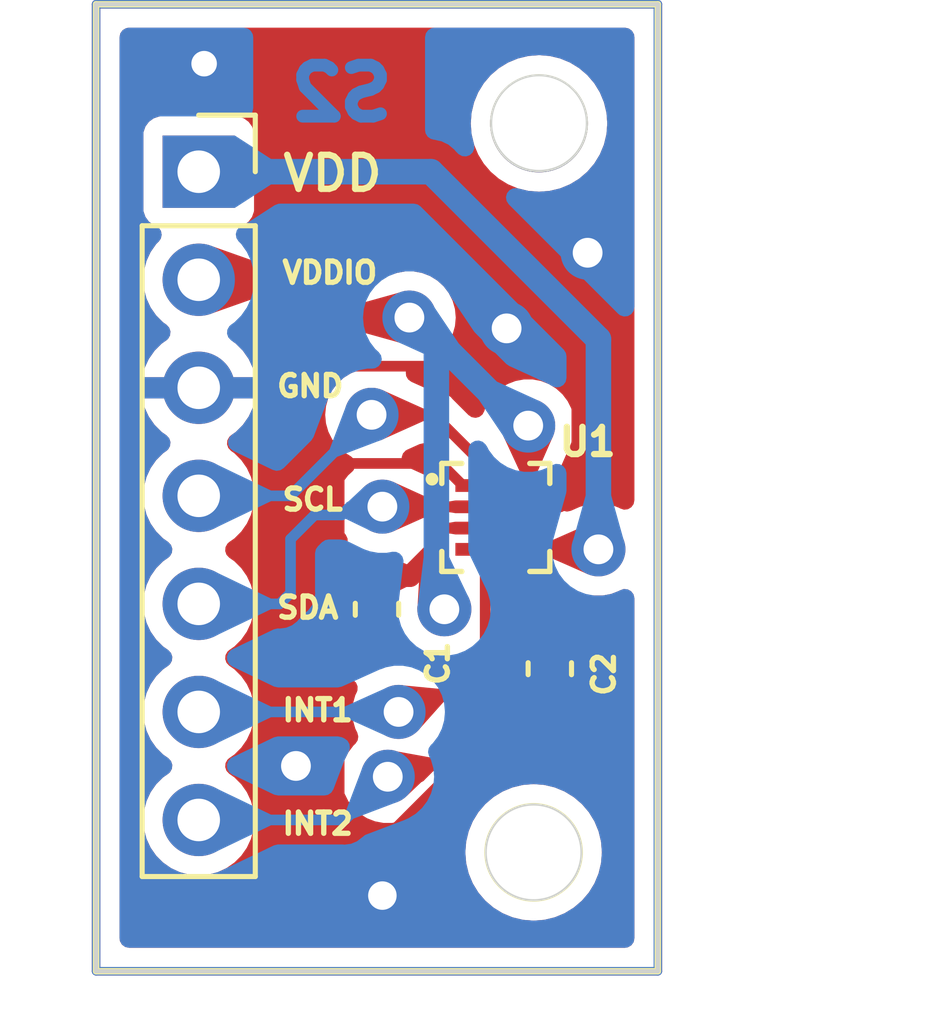
<source format=kicad_pcb>
(kicad_pcb (version 20221018) (generator pcbnew)
  (layers (0 "F.Cu" signal) (31 "B.Cu" signal) (34 "B.Paste" user) (35 "F.Paste" user) (36 "B.SilkS" user "B.Silkscreen") (37 "F.SilkS" user "F.Silkscreen") (38 "B.Mask" user) (39 "F.Mask" user) (44 "Edge.Cuts" user))
  (net 0 "")
  (net 1 "VDDIO")
  (net 2 "GND")
  (net 3 "VDD")
  (net 4 "INT2")
  (net 5 "INT1")
  (net 6 "SCL")
  (net 7 "SDA")
  (footprint "MountingHole:MountingHole_2.2mm_M2" (layer "F.Cu") (at 70.866 82.169)
    (fp_text reference "REF**" hide)
    (fp_text value "MountingHole_2.2mm_M2")
    (pad "" np_thru_hole circle (at 0 0) (size 2.2 2.2) (drill 2.2) (layers "*.Cu" "*.Mask"))
  )
  (footprint "Capacitor_SMD:C_0603_1608Metric" (layer "F.Cu") (at 67.056 93.599 -90)
    (fp_text reference "C1" (at 1.27 -1.43 90) (layer "F.SilkS") (effects (font (size 0.5 0.5) (thickness 0.125))))
    (fp_text value "100nF")
    (fp_line (start -0.14058 -0.51) (end 0.14058 -0.51) (stroke (width 0.12)) (layer "F.SilkS"))
    (fp_line (start -0.14058 0.51) (end 0.14058 0.51) (stroke (width 0.12)) (layer "F.SilkS"))
    (pad "1" smd roundrect (at -0.775 0 270) (size 0.9 0.95) (layers "F.Cu" "F.Paste" "F.Mask") (net 1 "VDDIO"))
    (pad "2" smd roundrect (at 0.775 0 270) (size 0.9 0.95) (layers "F.Cu" "F.Paste" "F.Mask") (net 2 "GND"))
  )
  (footprint "Capacitor_SMD:C_0603_1608Metric" (layer "F.Cu") (at 71.12 94.996 -90)
    (fp_text reference "C2" (at 0.127 -1.27 90) (layer "F.SilkS") (effects (font (size 0.5 0.5) (thickness 0.125))))
    (fp_text value "100nF")
    (fp_line (start -0.14058 -0.51) (end 0.14058 -0.51) (stroke (width 0.12)) (layer "F.SilkS"))
    (fp_line (start -0.14058 0.51) (end 0.14058 0.51) (stroke (width 0.12)) (layer "F.SilkS"))
    (pad "1" smd roundrect (at -0.775 0 270) (size 0.9 0.95) (layers "F.Cu" "F.Paste" "F.Mask") (net 3 "VDD"))
    (pad "2" smd roundrect (at 0.775 0 270) (size 0.9 0.95) (layers "F.Cu" "F.Paste" "F.Mask") (net 2 "GND"))
  )
  (footprint "TESIS:XDCR_BMA400" (layer "F.Cu") (at 69.85 91.44)
    (fp_text reference "U1" (at 2.159 -1.778) (layer "F.SilkS") (effects (font (size 0.64 0.64))))
    (fp_text value "BMA400")
    (fp_line (start -1.27 -1.27) (end -1.27 -0.8) (stroke (width 0.127)) (layer "F.SilkS"))
    (fp_line (start -1.27 -1.27) (end -0.8 -1.27) (stroke (width 0.127)) (layer "F.SilkS"))
    (fp_line (start -1.27 1.27) (end -1.27 0.8) (stroke (width 0.127)) (layer "F.SilkS"))
    (fp_line (start -1.27 1.27) (end -0.8 1.27) (stroke (width 0.127)) (layer "F.SilkS"))
    (fp_line (start 1.27 -1.27) (end 0.8 -1.27) (stroke (width 0.127)) (layer "F.SilkS"))
    (fp_line (start 1.27 -1.27) (end 1.27 -0.8) (stroke (width 0.127)) (layer "F.SilkS"))
    (fp_line (start 1.27 1.27) (end 0.8 1.27) (stroke (width 0.127)) (layer "F.SilkS"))
    (fp_line (start 1.27 1.27) (end 1.27 0.8) (stroke (width 0.127)) (layer "F.SilkS"))
    (fp_circle (center -1.5 -0.9) (end -1.425 -0.9) (stroke (width 0.15)) (fill none) (layer "F.SilkS"))
    (pad "1" smd rect (at -0.775 -0.75) (size 0.35 0.3) (layers "F.Cu") (net 2 "GND"))
    (pad "2" smd rect (at -0.775 -0.25) (size 0.35 0.3) (layers "F.Cu") (net 7 "SDA"))
    (pad "3" smd rect (at -0.775 0.25) (size 0.35 0.3) (layers "F.Cu") (net 1 "VDDIO"))
    (pad "4" smd rect (at -0.775 0.75) (size 0.35 0.3) (layers "F.Cu"))
    (pad "5" smd rect (at -0.25 0.775) (size 0.3 0.35) (layers "F.Cu") (net 5 "INT1"))
    (pad "6" smd rect (at 0.25 0.775) (size 0.3 0.35) (layers "F.Cu") (net 4 "INT2"))
    (pad "7" smd rect (at 0.775 0.75) (size 0.35 0.3) (layers "F.Cu") (net 3 "VDD"))
    (pad "8" smd rect (at 0.775 0.25) (size 0.35 0.3) (layers "F.Cu") (net 2 "GND"))
    (pad "9" smd rect (at 0.775 -0.25) (size 0.35 0.3) (layers "F.Cu") (net 2 "GND"))
    (pad "10" smd rect (at 0.775 -0.75) (size 0.35 0.3) (layers "F.Cu") (net 1 "VDDIO"))
    (pad "11" smd rect (at 0.25 -0.775) (size 0.3 0.35) (layers "F.Cu"))
    (pad "12" smd rect (at -0.25 -0.775) (size 0.3 0.35) (layers "F.Cu") (net 6 "SCL"))
    (zone (net 0) (net_name "") (layer "F.Cu") (connect_pads (clearance 0)) (min_thickness 0.01)
      (keepout (tracks not_allowed) (vias not_allowed) (pads not_allowed) (copperpour not_allowed) (footprints allowed))
      (fill (thermal_gap 0.508) (thermal_bridge_width 0.508))
      (polygon (pts (xy 69.375 90.965) (xy 70.325 90.965) (xy 70.325 91.915) (xy 69.375 91.915)))
    )
  )
  (footprint "Connector_PinSocket_2.54mm:PinSocket_1x07_P2.54mm_Vertical" (layer "F.Cu") (at 62.865 83.312)
    (fp_text reference "J1" hide)
    (fp_text value "Conn_01x07")
    (fp_line (start -1.33 1.27) (end -1.33 16.57) (stroke (width 0.12)) (layer "F.SilkS"))
    (fp_line (start -1.33 1.27) (end 1.33 1.27) (stroke (width 0.12)) (layer "F.SilkS"))
    (fp_line (start -1.33 16.57) (end 1.33 16.57) (stroke (width 0.12)) (layer "F.SilkS"))
    (fp_line (start 0 -1.33) (end 1.33 -1.33) (stroke (width 0.12)) (layer "F.SilkS"))
    (fp_line (start 1.33 -1.33) (end 1.33 0) (stroke (width 0.12)) (layer "F.SilkS"))
    (fp_line (start 1.33 1.27) (end 1.33 16.57) (stroke (width 0.12)) (layer "F.SilkS"))
    (pad "1" thru_hole rect (at 0 0) (size 1.7 1.7) (drill 1) (layers "*.Cu" "*.Mask") (net 3 "VDD"))
    (pad "2" thru_hole oval (at 0 2.54) (size 1.7 1.7) (drill 1) (layers "*.Cu" "*.Mask") (net 1 "VDDIO"))
    (pad "3" thru_hole oval (at 0 5.08) (size 1.7 1.7) (drill 1) (layers "*.Cu" "*.Mask") (net 2 "GND"))
    (pad "4" thru_hole oval (at 0 7.62) (size 1.7 1.7) (drill 1) (layers "*.Cu" "*.Mask") (net 6 "SCL"))
    (pad "5" thru_hole oval (at 0 10.16) (size 1.7 1.7) (drill 1) (layers "*.Cu" "*.Mask") (net 7 "SDA"))
    (pad "6" thru_hole oval (at 0 12.7) (size 1.7 1.7) (drill 1) (layers "*.Cu" "*.Mask") (net 5 "INT1"))
    (pad "7" thru_hole oval (at 0 15.24) (size 1.7 1.7) (drill 1) (layers "*.Cu" "*.Mask") (net 4 "INT2"))
  )
  (footprint "MountingHole:MountingHole_2.2mm_M2" (layer "F.Cu") (at 70.739 99.314)
    (fp_text reference "REF**" hide)
    (fp_text value "MountingHole_2.2mm_M2")
    (pad "" np_thru_hole circle locked (at 0 0) (size 2.2 2.2) (drill 2.2) (layers "*.Cu" "*.Mask"))
  )
  (gr_line (start 60.452 79.375) (end 60.452 102.108) (stroke (width 0.2)) (layer "F.Cu"))
  (gr_line (start 73.66 102.108) (end 73.66 79.375) (stroke (width 0.2)) (layer "F.Cu"))
  (gr_circle (center 70.739 99.314) (end 71.839 99.314) (stroke (width 0.1)) (fill solid) (layer "F.Cu"))
  (gr_line (start 60.452 102.108) (end 73.66 102.108) (stroke (width 0.2)) (layer "F.Cu"))
  (gr_circle (center 70.866 82.1768) (end 71.966 82.1768) (stroke (width 0.1)) (fill solid) (layer "F.Cu"))
  (gr_line (start 73.66 79.375) (end 60.452 79.375) (stroke (width 0.2)) (layer "F.Cu"))
  (gr_circle (center 70.739 99.314) (end 71.839 99.314) (stroke (width 0.1)) (fill solid) (layer "B.Cu"))
  (gr_line (start 73.66 102.108) (end 60.452 102.108) (stroke (width 0.2)) (layer "B.Cu"))
  (gr_line (start 60.452 102.108) (end 60.452 79.375) (stroke (width 0.2)) (layer "B.Cu"))
  (gr_line (start 73.66 79.375) (end 73.66 102.108) (stroke (width 0.2)) (layer "B.Cu"))
  (gr_line (start 60.452 79.375) (end 73.66 79.375) (stroke (width 0.2)) (layer "B.Cu"))
  (gr_circle (center 70.866 82.1768) (end 71.966 82.1768) (stroke (width 0.1)) (fill solid) (layer "B.Cu"))
  (gr_line (start 73.66 102.108) (end 60.452 102.108) (stroke (width 0.15)) (layer "F.SilkS"))
  (gr_line (start 60.452 79.375) (end 73.66 79.375) (stroke (width 0.15)) (layer "F.SilkS"))
  (gr_line (start 60.452 102.108) (end 60.452 79.375) (stroke (width 0.15)) (layer "F.SilkS"))
  (gr_line (start 73.66 79.375) (end 73.66 102.108) (stroke (width 0.15)) (layer "F.SilkS"))
  (gr_circle (center 70.866 82.17) (end 71.966 82.17) (stroke (width 0.1)) (fill solid) (layer "F.SilkS"))
  (gr_circle (center 70.739 99.314) (end 71.849 99.314) (stroke (width 0.1)) (fill solid) (layer "F.SilkS"))
  (gr_line (start 73.66 79.375) (end 73.66 102.108) (stroke (width 0.1)) (layer "Edge.Cuts"))
  (gr_line (start 60.452 79.375) (end 73.66 79.375) (stroke (width 0.1)) (layer "Edge.Cuts"))
  (gr_line (start 73.66 102.108) (end 60.452 102.108) (stroke (width 0.1)) (layer "Edge.Cuts"))
  (gr_line (start 60.452 102.108) (end 60.452 79.375) (stroke (width 0.1)) (layer "Edge.Cuts"))
  (gr_circle (center 70.866 82.169) (end 71.966 82.169) (stroke (width 0.1)) (fill none) (layer "Edge.Cuts"))
  (gr_circle (center 70.739 99.314) (end 71.839 99.314) (stroke (width 0.1)) (fill none) (layer "Edge.Cuts"))
  (gr_text "S2\n" (at 67.564 82.169) (layer "B.Cu") (effects (font (size 1.2 1.2) (thickness 0.3) bold) (justify left bottom mirror)))
  (gr_text "SCL" (at 64.77 91.313) (layer "F.SilkS") (effects (font (size 0.5 0.5) (thickness 0.125)) (justify left bottom)))
  (gr_text "VDDIO" (at 64.77 85.979) (layer "F.SilkS") (effects (font (size 0.5 0.5) (thickness 0.125) bold) (justify left bottom)))
  (gr_text "INT1\n" (at 64.77 96.266) (layer "F.SilkS") (effects (font (size 0.5 0.5) (thickness 0.125)) (justify left bottom)))
  (gr_text "GND" (at 64.643 88.646) (layer "F.SilkS") (effects (font (size 0.5 0.5) (thickness 0.125)) (justify left bottom)))
  (gr_text "VDD" (at 64.77 83.82) (layer "F.SilkS") (effects (font (size 0.8 0.8) (thickness 0.15) bold) (justify left bottom)))
  (gr_text "SDA" (at 64.643 93.853) (layer "F.SilkS") (effects (font (size 0.5 0.5) (thickness 0.125)) (justify left bottom)))
  (gr_text "INT2" (at 64.77 98.933) (layer "F.SilkS") (effects (font (size 0.5 0.5) (thickness 0.125)) (justify left bottom)))
  (segment (start 68.326 93.2845) (end 68.6405 93.599) (width 0.25) (layer "F.Cu") (net 1))
  (segment (start 68.584 91.69) (end 68.326 91.948) (width 0.25) (layer "F.Cu") (net 1))
  (segment (start 67.831 92.824) (end 67.056 92.824) (width 0.5) (layer "F.Cu") (net 1))
  (segment (start 68.326 92.329) (end 67.831 92.824) (width 0.5) (layer "F.Cu") (net 1))
  (segment (start 68.326 91.948) (end 68.326 92.329) (width 0.25) (layer "F.Cu") (net 1))
  (segment (start 64.77 85.852) (end 62.865 85.852) (width 0.6) (layer "F.Cu") (net 1))
  (segment (start 70.612 89.281) (end 70.625 89.294) (width 0.25) (layer "F.Cu") (net 1))
  (segment (start 65.659 86.741) (end 64.77 85.852) (width 0.6) (layer "F.Cu") (net 1))
  (segment (start 69.075 91.69) (end 68.584 91.69) (width 0.25) (layer "F.Cu") (net 1))
  (segment (start 68.326 92.329) (end 68.326 93.2845) (width 0.5) (layer "F.Cu") (net 1))
  (segment (start 70.625 89.294) (end 70.625 90.69) (width 0.25) (layer "F.Cu") (net 1))
  (segment (start 67.818 86.741) (end 65.659 86.741) (width 0.6) (layer "F.Cu") (net 1))
  (via (at 67.818 86.741) (size 1.27) (drill 0.7) (layers "F.Cu" "B.Cu") (net 1))
  (via (at 70.612 89.281) (size 1.27) (drill 0.7) (layers "F.Cu" "B.Cu") (net 1))
  (via (at 68.6405 93.599) (size 1.27) (drill 0.7) (layers "F.Cu" "B.Cu") (net 1))
  (segment (start 70.612 89.281) (end 70.485 89.281) (width 0.25) (layer "B.Cu") (net 1))
  (segment (start 68.326 87.249) (end 67.818 86.741) (width 0.25) (layer "B.Cu") (net 1))
  (segment (start 70.485 89.281) (end 67.945 86.741) (width 0.6) (layer "B.Cu") (net 1))
  (segment (start 68.453 93.4115) (end 68.453 87.376) (width 0.6) (layer "B.Cu") (net 1))
  (segment (start 68.6405 93.599) (end 68.453 93.4115) (width 0.6) (layer "B.Cu") (net 1))
  (segment (start 68.453 87.376) (end 68.326 87.249) (width 0.6) (layer "B.Cu") (net 1))
  (segment (start 67.945 86.741) (end 67.818 86.741) (width 0.25) (layer "B.Cu") (net 1))
  (segment (start 66.167 90.17) (end 66.167 94.107) (width 0.25) (layer "F.Cu") (net 2))
  (segment (start 64.389 88.392) (end 64.897 87.884) (width 0.25) (layer "F.Cu") (net 2))
  (segment (start 66.434 94.374) (end 67.056 94.374) (width 0.25) (layer "F.Cu") (net 2))
  (segment (start 64.897 87.884) (end 71.12 87.884) (width 0.25) (layer "F.Cu") (net 2))
  (segment (start 66.167 94.107) (end 66.167 98.552) (width 0.25) (layer "F.Cu") (net 2))
  (segment (start 66.167 90.17) (end 64.389 88.392) (width 0.25) (layer "F.Cu") (net 2))
  (segment (start 67.184396 99.06) (end 70.473396 95.771) (width 0.25) (layer "F.Cu") (net 2))
  (segment (start 70.625 91.69) (end 70.625 91.19) (width 0.25) (layer "F.Cu") (net 2))
  (segment (start 70.473396 95.771) (end 71.12 95.771) (width 0.25) (layer "F.Cu") (net 2))
  (segment (start 71.37 91.19) (end 70.625 91.19) (width 0.25) (layer "F.Cu") (net 2))
  (segment (start 64.389 88.392) (end 62.865 88.392) (width 0.25) (layer "F.Cu") (net 2))
  (segment (start 66.167 98.552) (end 66.675 99.06) (width 0.25) (layer "F.Cu") (net 2))
  (segment (start 71.755 88.519) (end 71.755 90.805) (width 0.25) (layer "F.Cu") (net 2))
  (segment (start 66.167 94.107) (end 66.434 94.374) (width 0.25) (layer "F.Cu") (net 2))
  (segment (start 66.675 99.06) (end 67.184396 99.06) (width 0.25) (layer "F.Cu") (net 2))
  (segment (start 68.555 90.17) (end 66.167 90.17) (width 0.25) (layer "F.Cu") (net 2))
  (segment (start 71.12 87.884) (end 71.755 88.519) (width 0.25) (layer "F.Cu") (net 2))
  (segment (start 71.755 90.805) (end 71.37 91.19) (width 0.25) (layer "F.Cu") (net 2))
  (segment (start 69.075 90.69) (end 68.555 90.17) (width 0.25) (layer "F.Cu") (net 2))
  (via (at 72.009 85.217) (size 1.27) (drill 0.7) (layers "F.Cu" "B.Cu") (net 2))
  (via (at 70.104 86.995) (size 1.27) (drill 0.7) (layers "F.Cu" "B.Cu") (net 2))
  (via (at 65.151 97.282) (size 1.27) (drill 0.7) (layers "F.Cu" "B.Cu") (net 2))
  (via (at 62.992 80.772) (size 1.2) (drill 0.6) (layers "F.Cu" "B.Cu") (net 2))
  (via (at 67.183 100.33) (size 1.27) (drill 0.67) (layers "F.Cu" "B.Cu") (net 2))
  (segment (start 70.625 92.19) (end 70.625 92.723) (width 0.25) (layer "F.Cu") (net 3))
  (segment (start 70.625 92.723) (end 71.12 93.218) (width 0.25) (layer "F.Cu") (net 3))
  (segment (start 71.12 93.218) (end 71.12 94.221) (width 0.25) (layer "F.Cu") (net 3))
  (segment (start 72.378 92.19) (end 70.625 92.19) (width 0.27) (layer "F.Cu") (net 3))
  (segment (start 72.263 92.19) (end 72.378 92.19) (width 0.25) (layer "F.Cu") (net 3))
  (via (at 72.263 92.19) (size 1.27) (drill 0.7) (layers "F.Cu" "B.Cu") (net 3))
  (segment (start 68.326 83.312) (end 62.865 83.312) (width 0.6) (layer "B.Cu") (net 3))
  (segment (start 72.263 92.19) (end 72.263 87.249) (width 0.6) (layer "B.Cu") (net 3))
  (segment (start 72.263 87.249) (end 68.326 83.312) (width 0.6) (layer "B.Cu") (net 3))
  (segment (start 68.072 97.536) (end 70.104 95.504) (width 0.25) (layer "F.Cu") (net 4))
  (segment (start 70.104 92.964) (end 70.1 92.96) (width 0.25) (layer "F.Cu") (net 4))
  (segment (start 70.1 92.96) (end 70.1 92.215) (width 0.25) (layer "F.Cu") (net 4))
  (segment (start 70.104 95.504) (end 70.104 92.964) (width 0.25) (layer "F.Cu") (net 4))
  (segment (start 67.31 97.536) (end 68.072 97.536) (width 0.25) (layer "F.Cu") (net 4))
  (via (at 67.31 97.536) (size 1.27) (drill 0.7) (layers "F.Cu" "B.Cu") (net 4))
  (segment (start 62.865 98.552) (end 66.294 98.552) (width 0.25) (layer "B.Cu") (net 4))
  (segment (start 66.294 98.552) (end 67.31 97.536) (width 0.25) (layer "B.Cu") (net 4))
  (segment (start 69.6 94.609604) (end 69.6 92.215) (width 0.25) (layer "F.Cu") (net 5))
  (segment (start 67.564 96.012) (end 67.437 96.012) (width 0.25) (layer "F.Cu") (net 5))
  (segment (start 68.197604 96.012) (end 67.564 96.012) (width 0.25) (layer "F.Cu") (net 5))
  (segment (start 68.197604 96.012) (end 69.6 94.609604) (width 0.25) (layer "F.Cu") (net 5))
  (via (at 67.564 96.012) (size 1.27) (drill 0.7) (layers "F.Cu" "B.Cu") (net 5))
  (segment (start 67.564 96.012) (end 62.865 96.012) (width 0.25) (layer "B.Cu") (net 5))
  (segment (start 68.387 89.027) (end 69.6 90.24) (width 0.25) (layer "F.Cu") (net 6))
  (segment (start 69.6 90.24) (end 69.6 90.665) (width 0.25) (layer "F.Cu") (net 6))
  (segment (start 66.929 89.027) (end 68.387 89.027) (width 0.25) (layer "F.Cu") (net 6))
  (via (at 66.929 89.027) (size 1.27) (drill 0.7) (layers "F.Cu" "B.Cu") (net 6))
  (segment (start 66.929 89.027) (end 65.024 90.932) (width 0.25) (layer "B.Cu") (net 6))
  (segment (start 65.024 90.932) (end 62.865 90.932) (width 0.25) (layer "B.Cu") (net 6))
  (segment (start 67.187 91.19) (end 69.075 91.19) (width 0.25) (layer "F.Cu") (net 7))
  (segment (start 67.183 91.186) (end 67.187 91.19) (width 0.25) (layer "F.Cu") (net 7))
  (via (at 67.183 91.186) (size 1.27) (drill 0.7) (layers "F.Cu" "B.Cu") (net 7))
  (segment (start 66.226396 91.382) (end 65.59 91.382) (width 0.25) (layer "B.Cu") (net 7))
  (segment (start 65.024 93.218) (end 64.77 93.472) (width 0.25) (layer "B.Cu") (net 7))
  (segment (start 64.77 93.472) (end 62.865 93.472) (width 0.25) (layer "B.Cu") (net 7))
  (segment (start 67.183 91.186) (end 66.422396 91.186) (width 0.25) (layer "B.Cu") (net 7))
  (segment (start 65.59 91.382) (end 65.024 91.948) (width 0.25) (layer "B.Cu") (net 7))
  (segment (start 66.422396 91.186) (end 66.226396 91.382) (width 0.25) (layer "B.Cu") (net 7))
  (segment (start 65.024 91.948) (end 65.024 93.218) (width 0.25) (layer "B.Cu") (net 7))
  (zone (net 2) (net_name "GND") (layer "F.Cu") (connect_pads (clearance 0.45)) (min_thickness 0.45) (fill yes (thermal_gap 0.5) (thermal_bridge_width 0.5))
    (polygon (pts (xy 73.66 79.375) (xy 73.66 102.108) (xy 60.452 102.108) (xy 60.452 79.375)))
  )
  (zone (net 2) (net_name "GND") (layer "B.Cu") (priority 1) (connect_pads (clearance 0.45)) (min_thickness 0.45) (fill yes (thermal_gap 0.5) (thermal_bridge_width 0.5))
    (polygon (pts (xy 73.66 79.375) (xy 73.66 102.108) (xy 60.452 102.108) (xy 60.452 79.375)))
  )
)
</source>
